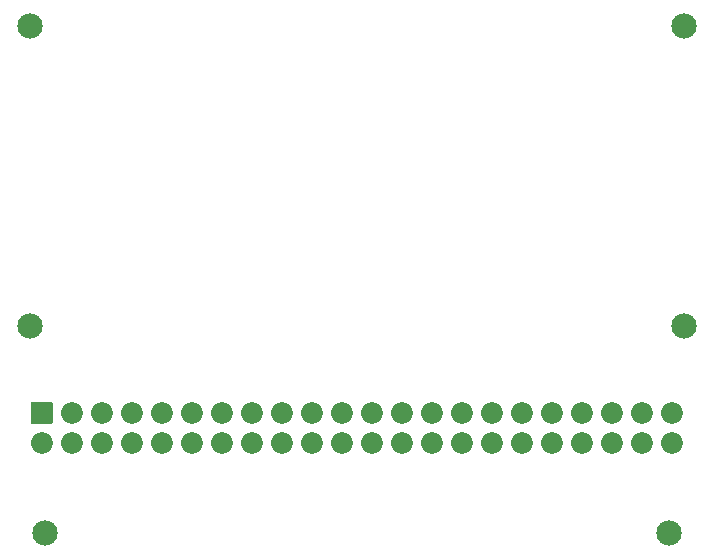
<source format=gbs>
G04 #@! TF.GenerationSoftware,KiCad,Pcbnew,(5.1.10-1-10_14)*
G04 #@! TF.CreationDate,2021-11-16T23:45:20-05:00*
G04 #@! TF.ProjectId,MacClassicRAMCard,4d616343-6c61-4737-9369-6352414d4361,rev?*
G04 #@! TF.SameCoordinates,Original*
G04 #@! TF.FileFunction,Soldermask,Bot*
G04 #@! TF.FilePolarity,Negative*
%FSLAX46Y46*%
G04 Gerber Fmt 4.6, Leading zero omitted, Abs format (unit mm)*
G04 Created by KiCad (PCBNEW (5.1.10-1-10_14)) date 2021-11-16 23:45:20*
%MOMM*%
%LPD*%
G01*
G04 APERTURE LIST*
%ADD10O,1.850000X1.850000*%
%ADD11C,2.150000*%
G04 APERTURE END LIST*
D10*
X147320000Y-125730000D03*
X147320000Y-123190000D03*
X144780000Y-125730000D03*
X144780000Y-123190000D03*
X142240000Y-125730000D03*
X142240000Y-123190000D03*
X139700000Y-125730000D03*
X139700000Y-123190000D03*
X137160000Y-125730000D03*
X137160000Y-123190000D03*
X134620000Y-125730000D03*
X134620000Y-123190000D03*
X132080000Y-125730000D03*
X132080000Y-123190000D03*
X129540000Y-125730000D03*
X129540000Y-123190000D03*
X127000000Y-125730000D03*
X127000000Y-123190000D03*
X124460000Y-125730000D03*
X124460000Y-123190000D03*
X121920000Y-125730000D03*
X121920000Y-123190000D03*
X119380000Y-125730000D03*
X119380000Y-123190000D03*
X116840000Y-125730000D03*
X116840000Y-123190000D03*
X114300000Y-125730000D03*
X114300000Y-123190000D03*
X111760000Y-125730000D03*
X111760000Y-123190000D03*
X109220000Y-125730000D03*
X109220000Y-123190000D03*
X106680000Y-125730000D03*
X106680000Y-123190000D03*
X104140000Y-125730000D03*
X104140000Y-123190000D03*
X101600000Y-125730000D03*
X101600000Y-123190000D03*
X99060000Y-125730000D03*
X99060000Y-123190000D03*
X96520000Y-125730000D03*
X96520000Y-123190000D03*
X93980000Y-125730000D03*
G36*
G01*
X94830000Y-124115000D02*
X93130000Y-124115000D01*
G75*
G02*
X93055000Y-124040000I0J75000D01*
G01*
X93055000Y-122340000D01*
G75*
G02*
X93130000Y-122265000I75000J0D01*
G01*
X94830000Y-122265000D01*
G75*
G02*
X94905000Y-122340000I0J-75000D01*
G01*
X94905000Y-124040000D01*
G75*
G02*
X94830000Y-124115000I-75000J0D01*
G01*
G37*
D11*
X94234000Y-133350000D03*
X147066000Y-133350000D03*
X92964000Y-90424000D03*
X92964000Y-115824000D03*
X148336000Y-115824000D03*
X148336000Y-90424000D03*
M02*

</source>
